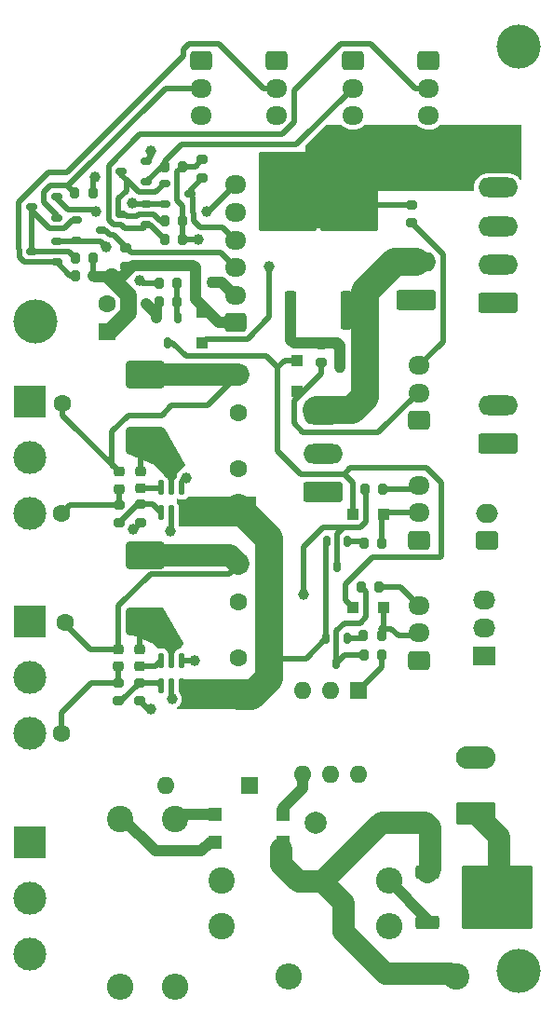
<source format=gbr>
%TF.GenerationSoftware,KiCad,Pcbnew,7.0.11-7.0.11~ubuntu22.04.1*%
%TF.CreationDate,2024-03-11T04:50:29+03:00*%
%TF.ProjectId,MSConn,4d53436f-6e6e-42e6-9b69-6361645f7063,rev?*%
%TF.SameCoordinates,PX5f5e100PY5f5e100*%
%TF.FileFunction,Copper,L1,Top*%
%TF.FilePolarity,Positive*%
%FSLAX46Y46*%
G04 Gerber Fmt 4.6, Leading zero omitted, Abs format (unit mm)*
G04 Created by KiCad (PCBNEW 7.0.11-7.0.11~ubuntu22.04.1) date 2024-03-11 04:50:29*
%MOMM*%
%LPD*%
G01*
G04 APERTURE LIST*
G04 Aperture macros list*
%AMRoundRect*
0 Rectangle with rounded corners*
0 $1 Rounding radius*
0 $2 $3 $4 $5 $6 $7 $8 $9 X,Y pos of 4 corners*
0 Add a 4 corners polygon primitive as box body*
4,1,4,$2,$3,$4,$5,$6,$7,$8,$9,$2,$3,0*
0 Add four circle primitives for the rounded corners*
1,1,$1+$1,$2,$3*
1,1,$1+$1,$4,$5*
1,1,$1+$1,$6,$7*
1,1,$1+$1,$8,$9*
0 Add four rect primitives between the rounded corners*
20,1,$1+$1,$2,$3,$4,$5,0*
20,1,$1+$1,$4,$5,$6,$7,0*
20,1,$1+$1,$6,$7,$8,$9,0*
20,1,$1+$1,$8,$9,$2,$3,0*%
G04 Aperture macros list end*
%TA.AperFunction,SMDPad,CuDef*%
%ADD10RoundRect,0.200000X-0.275000X0.200000X-0.275000X-0.200000X0.275000X-0.200000X0.275000X0.200000X0*%
%TD*%
%TA.AperFunction,SMDPad,CuDef*%
%ADD11RoundRect,0.200000X0.275000X-0.200000X0.275000X0.200000X-0.275000X0.200000X-0.275000X-0.200000X0*%
%TD*%
%TA.AperFunction,ComponentPad*%
%ADD12R,3.000000X3.000000*%
%TD*%
%TA.AperFunction,ComponentPad*%
%ADD13C,3.000000*%
%TD*%
%TA.AperFunction,ComponentPad*%
%ADD14C,4.000000*%
%TD*%
%TA.AperFunction,SMDPad,CuDef*%
%ADD15RoundRect,0.150000X-0.350000X-0.150000X0.350000X-0.150000X0.350000X0.150000X-0.350000X0.150000X0*%
%TD*%
%TA.AperFunction,SMDPad,CuDef*%
%ADD16RoundRect,0.250000X0.250000X0.250000X-0.250000X0.250000X-0.250000X-0.250000X0.250000X-0.250000X0*%
%TD*%
%TA.AperFunction,SMDPad,CuDef*%
%ADD17RoundRect,0.200000X0.200000X0.275000X-0.200000X0.275000X-0.200000X-0.275000X0.200000X-0.275000X0*%
%TD*%
%TA.AperFunction,SMDPad,CuDef*%
%ADD18RoundRect,0.150000X-0.150000X0.350000X-0.150000X-0.350000X0.150000X-0.350000X0.150000X0.350000X0*%
%TD*%
%TA.AperFunction,ComponentPad*%
%ADD19R,1.600000X1.600000*%
%TD*%
%TA.AperFunction,ComponentPad*%
%ADD20C,1.600000*%
%TD*%
%TA.AperFunction,SMDPad,CuDef*%
%ADD21R,1.300000X1.200000*%
%TD*%
%TA.AperFunction,ComponentPad*%
%ADD22C,2.000000*%
%TD*%
%TA.AperFunction,SMDPad,CuDef*%
%ADD23RoundRect,0.250000X0.300000X-0.300000X0.300000X0.300000X-0.300000X0.300000X-0.300000X-0.300000X0*%
%TD*%
%TA.AperFunction,ComponentPad*%
%ADD24RoundRect,0.250000X-0.725000X0.600000X-0.725000X-0.600000X0.725000X-0.600000X0.725000X0.600000X0*%
%TD*%
%TA.AperFunction,ComponentPad*%
%ADD25O,1.950000X1.700000*%
%TD*%
%TA.AperFunction,ComponentPad*%
%ADD26RoundRect,0.249999X1.550001X-0.790001X1.550001X0.790001X-1.550001X0.790001X-1.550001X-0.790001X0*%
%TD*%
%TA.AperFunction,ComponentPad*%
%ADD27O,3.600000X2.080000*%
%TD*%
%TA.AperFunction,SMDPad,CuDef*%
%ADD28RoundRect,0.150000X0.350000X0.150000X-0.350000X0.150000X-0.350000X-0.150000X0.350000X-0.150000X0*%
%TD*%
%TA.AperFunction,SMDPad,CuDef*%
%ADD29RoundRect,0.225000X-0.225000X-0.250000X0.225000X-0.250000X0.225000X0.250000X-0.225000X0.250000X0*%
%TD*%
%TA.AperFunction,SMDPad,CuDef*%
%ADD30RoundRect,0.250000X-0.300000X-0.300000X0.300000X-0.300000X0.300000X0.300000X-0.300000X0.300000X0*%
%TD*%
%TA.AperFunction,SMDPad,CuDef*%
%ADD31RoundRect,0.137500X0.137500X-0.525000X0.137500X0.525000X-0.137500X0.525000X-0.137500X-0.525000X0*%
%TD*%
%TA.AperFunction,ComponentPad*%
%ADD32C,2.400000*%
%TD*%
%TA.AperFunction,ComponentPad*%
%ADD33O,2.400000X2.400000*%
%TD*%
%TA.AperFunction,ComponentPad*%
%ADD34O,1.600000X1.600000*%
%TD*%
%TA.AperFunction,SMDPad,CuDef*%
%ADD35RoundRect,0.225000X-0.250000X0.225000X-0.250000X-0.225000X0.250000X-0.225000X0.250000X0.225000X0*%
%TD*%
%TA.AperFunction,SMDPad,CuDef*%
%ADD36RoundRect,0.250000X1.500000X-1.000000X1.500000X1.000000X-1.500000X1.000000X-1.500000X-1.000000X0*%
%TD*%
%TA.AperFunction,ComponentPad*%
%ADD37RoundRect,0.250000X0.750000X-0.600000X0.750000X0.600000X-0.750000X0.600000X-0.750000X-0.600000X0*%
%TD*%
%TA.AperFunction,ComponentPad*%
%ADD38O,2.000000X1.700000*%
%TD*%
%TA.AperFunction,SMDPad,CuDef*%
%ADD39RoundRect,0.250000X-0.300000X0.300000X-0.300000X-0.300000X0.300000X-0.300000X0.300000X0.300000X0*%
%TD*%
%TA.AperFunction,ComponentPad*%
%ADD40RoundRect,0.250000X1.550000X-0.650000X1.550000X0.650000X-1.550000X0.650000X-1.550000X-0.650000X0*%
%TD*%
%TA.AperFunction,ComponentPad*%
%ADD41O,3.600000X1.800000*%
%TD*%
%TA.AperFunction,ComponentPad*%
%ADD42R,2.030000X1.730000*%
%TD*%
%TA.AperFunction,ComponentPad*%
%ADD43O,2.030000X1.730000*%
%TD*%
%TA.AperFunction,SMDPad,CuDef*%
%ADD44RoundRect,0.250000X0.300000X-1.500000X0.300000X1.500000X-0.300000X1.500000X-0.300000X-1.500000X0*%
%TD*%
%TA.AperFunction,SMDPad,CuDef*%
%ADD45RoundRect,0.109890X2.515110X-0.890110X2.515110X0.890110X-2.515110X0.890110X-2.515110X-0.890110X0*%
%TD*%
%TA.AperFunction,SMDPad,CuDef*%
%ADD46RoundRect,0.186172X5.213828X-3.313828X5.213828X3.313828X-5.213828X3.313828X-5.213828X-3.313828X0*%
%TD*%
%TA.AperFunction,SMDPad,CuDef*%
%ADD47RoundRect,0.250000X2.375000X-2.025000X2.375000X2.025000X-2.375000X2.025000X-2.375000X-2.025000X0*%
%TD*%
%TA.AperFunction,SMDPad,CuDef*%
%ADD48RoundRect,0.250000X-0.850000X-0.350000X0.850000X-0.350000X0.850000X0.350000X-0.850000X0.350000X0*%
%TD*%
%TA.AperFunction,SMDPad,CuDef*%
%ADD49RoundRect,0.250000X-1.275000X-1.125000X1.275000X-1.125000X1.275000X1.125000X-1.275000X1.125000X0*%
%TD*%
%TA.AperFunction,SMDPad,CuDef*%
%ADD50RoundRect,0.249997X-2.950003X-2.650003X2.950003X-2.650003X2.950003X2.650003X-2.950003X2.650003X0*%
%TD*%
%TA.AperFunction,ComponentPad*%
%ADD51RoundRect,0.250000X0.725000X-0.600000X0.725000X0.600000X-0.725000X0.600000X-0.725000X-0.600000X0*%
%TD*%
%TA.AperFunction,ViaPad*%
%ADD52C,1.000000*%
%TD*%
%TA.AperFunction,ViaPad*%
%ADD53C,1.600000*%
%TD*%
%TA.AperFunction,Conductor*%
%ADD54C,0.500000*%
%TD*%
%TA.AperFunction,Conductor*%
%ADD55C,1.000000*%
%TD*%
%TA.AperFunction,Conductor*%
%ADD56C,2.500000*%
%TD*%
%TA.AperFunction,Conductor*%
%ADD57C,0.700000*%
%TD*%
%TA.AperFunction,Conductor*%
%ADD58C,2.000000*%
%TD*%
%TA.AperFunction,Conductor*%
%ADD59C,1.500000*%
%TD*%
G04 APERTURE END LIST*
D10*
%TO.P,R2,1*%
%TO.N,+5V*%
X18200000Y76725000D03*
%TO.P,R2,2*%
%TO.N,/Y_DIAG*%
X18200000Y75075000D03*
%TD*%
D11*
%TO.P,R7,1*%
%TO.N,+5V*%
X11200000Y67050000D03*
%TO.P,R7,2*%
%TO.N,/X_DIAG*%
X11200000Y68700000D03*
%TD*%
D12*
%TO.P,RV1,1,1*%
%TO.N,/Led_Drv*%
X2500000Y54731350D03*
D13*
%TO.P,RV1,2,2*%
%TO.N,Net-(C5-Pad2)*%
X2500000Y49651350D03*
%TO.P,RV1,3,3*%
X2500000Y44571350D03*
%TD*%
D14*
%TO.P,H1,1,1*%
%TO.N,unconnected-(H1-Pad1)*%
X47000000Y87000000D03*
%TD*%
D15*
%TO.P,Q2,1,G*%
%TO.N,Net-(Q1-D)*%
X14762500Y74550000D03*
%TO.P,Q2,2,S*%
%TO.N,GND*%
X14762500Y72650000D03*
%TO.P,Q2,3,D*%
%TO.N,/Y_DIAG*%
X17037500Y73600000D03*
%TD*%
D16*
%TO.P,D2,1,K*%
%TO.N,VDC*%
X33150000Y59831350D03*
%TO.P,D2,2,A*%
%TO.N,Net-(D2-A)*%
X30650000Y59831350D03*
%TD*%
D17*
%TO.P,R8,1*%
%TO.N,+5V*%
X8300000Y67800000D03*
%TO.P,R8,2*%
%TO.N,Net-(Q3-D)*%
X6650000Y67800000D03*
%TD*%
%TO.P,R19,1*%
%TO.N,/Pump_Btn*%
X34500000Y33500000D03*
%TO.P,R19,2*%
%TO.N,Net-(Q10-B)*%
X32850000Y33500000D03*
%TD*%
D18*
%TO.P,Q8,1,G*%
%TO.N,Net-(Q8-G)*%
X15950000Y62375000D03*
%TO.P,Q8,2,S*%
%TO.N,GND*%
X14050000Y62375000D03*
%TO.P,Q8,3,D*%
%TO.N,/~{Air}*%
X15000000Y60100000D03*
%TD*%
D19*
%TO.P,C10,1*%
%TO.N,+24V*%
X21500000Y27947349D03*
D20*
%TO.P,C10,2*%
%TO.N,GND*%
X21500000Y31447349D03*
%TD*%
D18*
%TO.P,Q10,1,B*%
%TO.N,Net-(Q10-B)*%
X31350000Y33237500D03*
%TO.P,Q10,2,E*%
%TO.N,+24V*%
X29450000Y33237500D03*
%TO.P,Q10,3,C*%
%TO.N,/Pump_En*%
X30400000Y30962500D03*
%TD*%
D17*
%TO.P,R14,1*%
%TO.N,Net-(J14-Pin_3)*%
X34600000Y46800000D03*
%TO.P,R14,2*%
%TO.N,/Fan_Led_En*%
X32950000Y46800000D03*
%TD*%
D21*
%TO.P,D7,1*%
%TO.N,/~{AC1}*%
X25500000Y14700000D03*
%TO.P,D7,2*%
%TO.N,Net-(D6-K)*%
X25500000Y17240000D03*
%TO.P,D7,3,+*%
%TO.N,Net-(D7-+)*%
X19350000Y17240000D03*
%TO.P,D7,4,-*%
%TO.N,Net-(D7--)*%
X19350000Y14700000D03*
%TD*%
D22*
%TO.P,C11,1*%
%TO.N,Net-(D6-K)*%
X28500000Y16500000D03*
%TO.P,C11,2*%
%TO.N,/~{AC1}*%
X38500000Y16500000D03*
%TD*%
D17*
%TO.P,R18,1*%
%TO.N,Net-(J15-Pin_3)*%
X34287500Y37900000D03*
%TO.P,R18,2*%
%TO.N,/Pump_En*%
X32637500Y37900000D03*
%TD*%
D23*
%TO.P,D1,1,K*%
%TO.N,Net-(D1-K)*%
X18200000Y60100000D03*
%TO.P,D1,2,A*%
%TO.N,+5V*%
X18200000Y62900000D03*
%TD*%
D24*
%TO.P,J4,1,Pin_1*%
%TO.N,+5V*%
X38763153Y85731350D03*
D25*
%TO.P,J4,2,Pin_2*%
%TO.N,/y_in2*%
X38763153Y83231350D03*
%TO.P,J4,3,Pin_3*%
%TO.N,GND*%
X38763153Y80731350D03*
%TD*%
D15*
%TO.P,Q6,1,G*%
%TO.N,Net-(Q3-D)*%
X6725000Y71250000D03*
%TO.P,Q6,2,S*%
%TO.N,GND*%
X6725000Y69350000D03*
%TO.P,Q6,3,D*%
%TO.N,/X_DIAG*%
X9000000Y70300000D03*
%TD*%
D17*
%TO.P,R20,1*%
%TO.N,Net-(R20-Pad1)*%
X34525000Y31700000D03*
%TO.P,R20,2*%
%TO.N,/Pump_En*%
X32875000Y31700000D03*
%TD*%
D26*
%TO.P,J9,1,Pin_1*%
%TO.N,/AC1*%
X43100000Y17320000D03*
D27*
%TO.P,J9,2,Pin_2*%
%TO.N,/~{AC1}*%
X43100000Y22400000D03*
%TD*%
D28*
%TO.P,Q1,1,G*%
%TO.N,/y_in1*%
X13100000Y74700000D03*
%TO.P,Q1,2,S*%
%TO.N,GND*%
X13100000Y76600000D03*
%TO.P,Q1,3,D*%
%TO.N,Net-(Q1-D)*%
X10825000Y75650000D03*
%TD*%
D11*
%TO.P,R22,1*%
%TO.N,GND*%
X12500000Y27550000D03*
%TO.P,R22,2*%
%TO.N,/FB*%
X12500000Y29200000D03*
%TD*%
D17*
%TO.P,R11,1*%
%TO.N,Net-(Q8-G)*%
X15900000Y63837500D03*
%TO.P,R11,2*%
%TO.N,GND*%
X14250000Y63837500D03*
%TD*%
D11*
%TO.P,R4,1*%
%TO.N,Net-(J12-Pin_3)*%
X37200000Y70975000D03*
%TO.P,R4,2*%
%TO.N,/Laser_Power*%
X37200000Y72625000D03*
%TD*%
D17*
%TO.P,R5,1*%
%TO.N,+5V*%
X16400000Y71200000D03*
%TO.P,R5,2*%
%TO.N,Net-(Q1-D)*%
X14750000Y71200000D03*
%TD*%
D10*
%TO.P,R16,1*%
%TO.N,Net-(C5-Pad2)*%
X10600000Y45350000D03*
%TO.P,R16,2*%
%TO.N,/FB1*%
X10600000Y43700000D03*
%TD*%
D28*
%TO.P,Q4,1,G*%
%TO.N,/y_in2*%
X13100000Y70800000D03*
%TO.P,Q4,2,S*%
%TO.N,GND*%
X13100000Y72700000D03*
%TO.P,Q4,3,D*%
%TO.N,Net-(Q1-D)*%
X10825000Y71750000D03*
%TD*%
D17*
%TO.P,R3,1*%
%TO.N,+5V*%
X8225000Y73700000D03*
%TO.P,R3,2*%
%TO.N,/x_in1*%
X6575000Y73700000D03*
%TD*%
%TO.P,R13,1*%
%TO.N,VDC*%
X32325000Y57900000D03*
%TO.P,R13,2*%
%TO.N,Net-(D2-A)*%
X30675000Y57900000D03*
%TD*%
D29*
%TO.P,C1,1*%
%TO.N,+5V*%
X17550000Y65600000D03*
%TO.P,C1,2*%
%TO.N,GND*%
X19100000Y65600000D03*
%TD*%
D30*
%TO.P,D5,1,K*%
%TO.N,/~{Air}*%
X31900000Y36000000D03*
%TO.P,D5,2,A*%
%TO.N,/Pump_Btn*%
X34700000Y36000000D03*
%TD*%
D24*
%TO.P,J2,1,Pin_1*%
%TO.N,+5V*%
X24963153Y85731350D03*
D25*
%TO.P,J2,2,Pin_2*%
%TO.N,/x_in2*%
X24963153Y83231350D03*
%TO.P,J2,3,Pin_3*%
%TO.N,GND*%
X24963153Y80731350D03*
%TD*%
D30*
%TO.P,D4,1,K*%
%TO.N,/~{Air}*%
X31900000Y44500000D03*
%TO.P,D4,2,A*%
%TO.N,/Fan_Led_Btn*%
X34700000Y44500000D03*
%TD*%
D14*
%TO.P,H3,1,1*%
%TO.N,unconnected-(H3-Pad1)*%
X47000000Y3000000D03*
%TD*%
D31*
%TO.P,U1,1,FB*%
%TO.N,/FB1*%
X14450000Y44643850D03*
%TO.P,U1,2,EN*%
%TO.N,/Fan_Led_En*%
X15400000Y44643850D03*
%TO.P,U1,3,IN*%
%TO.N,+24V*%
X16350000Y44643850D03*
%TO.P,U1,4,GND*%
%TO.N,GND*%
X16350000Y46918850D03*
%TO.P,U1,5,SW*%
%TO.N,Net-(U1-SW)*%
X15400000Y46918850D03*
%TO.P,U1,6,BST*%
%TO.N,Net-(U1-BST)*%
X14450000Y46918850D03*
%TD*%
D24*
%TO.P,J3,1,Pin_1*%
%TO.N,+5V*%
X31863153Y85731350D03*
D25*
%TO.P,J3,2,Pin_2*%
%TO.N,/y_in1*%
X31863153Y83231350D03*
%TO.P,J3,3,Pin_3*%
%TO.N,GND*%
X31863153Y80731350D03*
%TD*%
D32*
%TO.P,R27,1*%
%TO.N,/~{AC1}*%
X41300000Y2500000D03*
D33*
%TO.P,R27,2*%
%TO.N,/AC1*%
X26060000Y2500000D03*
%TD*%
D19*
%TO.P,U3,1*%
%TO.N,Net-(R20-Pad1)*%
X32400000Y28520000D03*
D34*
%TO.P,U3,2*%
%TO.N,GND*%
X29860000Y28520000D03*
%TO.P,U3,3,NC*%
%TO.N,unconnected-(U3-NC-Pad3)*%
X27320000Y28520000D03*
%TO.P,U3,4*%
%TO.N,Net-(D6-K)*%
X27320000Y20900000D03*
%TO.P,U3,5,NC*%
%TO.N,unconnected-(U3-NC-Pad5)*%
X29860000Y20900000D03*
%TO.P,U3,6*%
%TO.N,Net-(R26-Pad2)*%
X32400000Y20900000D03*
%TD*%
D35*
%TO.P,C4,1*%
%TO.N,Net-(U1-SW)*%
X12613153Y48431350D03*
%TO.P,C4,2*%
%TO.N,Net-(U1-BST)*%
X12613153Y46881350D03*
%TD*%
D19*
%TO.P,C7,1*%
%TO.N,/Fan_Drv*%
X21500000Y40000000D03*
D20*
%TO.P,C7,2*%
%TO.N,GND*%
X21500000Y36500000D03*
%TD*%
D12*
%TO.P,RV2,1,1*%
%TO.N,/Fan_Drv*%
X2500000Y34731350D03*
D13*
%TO.P,RV2,2,2*%
%TO.N,Net-(C8-Pad2)*%
X2500000Y29651350D03*
%TO.P,RV2,3,3*%
X2500000Y24571350D03*
%TD*%
D35*
%TO.P,C8,1*%
%TO.N,/Fan_Drv*%
X10586847Y32250000D03*
%TO.P,C8,2*%
%TO.N,Net-(C8-Pad2)*%
X10586847Y30700000D03*
%TD*%
D36*
%TO.P,L1,1*%
%TO.N,Net-(U1-SW)*%
X13000000Y51200000D03*
%TO.P,L1,2*%
%TO.N,/Led_Drv*%
X13000000Y57200000D03*
%TD*%
D19*
%TO.P,C3,1*%
%TO.N,/Led_Drv*%
X21500000Y57184001D03*
D20*
%TO.P,C3,2*%
%TO.N,GND*%
X21500000Y53684001D03*
%TD*%
D37*
%TO.P,J7,1,Pin_1*%
%TO.N,GND*%
X44100000Y42100000D03*
D38*
%TO.P,J7,2,Pin_2*%
%TO.N,/Led_Drv*%
X44100000Y44600000D03*
%TD*%
D39*
%TO.P,D3,1,K*%
%TO.N,/~{Air}*%
X26800000Y58500000D03*
%TO.P,D3,2,A*%
%TO.N,/Laser_Btn*%
X26800000Y55700000D03*
%TD*%
D36*
%TO.P,L2,1*%
%TO.N,Net-(U2-SW)*%
X12986847Y34800000D03*
%TO.P,L2,2*%
%TO.N,/Fan_Drv*%
X12986847Y40800000D03*
%TD*%
D17*
%TO.P,R9,1*%
%TO.N,+5V*%
X8300000Y66200000D03*
%TO.P,R9,2*%
%TO.N,/x_in2*%
X6650000Y66200000D03*
%TD*%
%TO.P,R17,1*%
%TO.N,/Fan_Led_Btn*%
X34525000Y41900000D03*
%TO.P,R17,2*%
%TO.N,Net-(Q9-B)*%
X32875000Y41900000D03*
%TD*%
D40*
%TO.P,J6,1,Pin_1*%
%TO.N,GND*%
X45100000Y50900000D03*
D41*
%TO.P,J6,2,Pin_2*%
%TO.N,+24V*%
X45100000Y54400000D03*
%TD*%
D40*
%TO.P,J5,1,Pin_1*%
%TO.N,unconnected-(J5-Pin_1-Pad1)*%
X45100000Y63700000D03*
D41*
%TO.P,J5,2,Pin_2*%
%TO.N,Net-(D1-K)*%
X45100000Y67200000D03*
%TO.P,J5,3,Pin_3*%
%TO.N,/SGN_PWM*%
X45100000Y70700000D03*
%TO.P,J5,4,Pin_4*%
%TO.N,GND*%
X45100000Y74200000D03*
%TO.P,J5,5,Pin_5*%
%TO.N,/Laser_Power*%
X45100000Y77700000D03*
%TD*%
D42*
%TO.P,J8,1,Pin_1*%
%TO.N,GND*%
X43800000Y31600000D03*
D43*
%TO.P,J8,2,Pin_2*%
%TO.N,/Fan_Drv*%
X43800000Y34140000D03*
%TO.P,J8,3,Pin_3*%
%TO.N,unconnected-(J8-Pin_3-Pad3)*%
X43800000Y36680000D03*
%TD*%
D44*
%TO.P,Q5,1,G*%
%TO.N,Net-(D2-A)*%
X26220000Y63050000D03*
D45*
%TO.P,Q5,2,S*%
%TO.N,/Laser_Power*%
X25985000Y71250000D03*
X31535000Y71250000D03*
D46*
X28760000Y73950000D03*
D47*
X25985000Y75175000D03*
X31535000Y75175000D03*
D44*
%TO.P,Q5,3,D*%
%TO.N,VDC*%
X31300000Y63050000D03*
%TD*%
D24*
%TO.P,J1,1,Pin_1*%
%TO.N,+5V*%
X18063153Y85731350D03*
D25*
%TO.P,J1,2,Pin_2*%
%TO.N,/x_in1*%
X18063153Y83231350D03*
%TO.P,J1,3,Pin_3*%
%TO.N,GND*%
X18063153Y80731350D03*
%TD*%
D12*
%TO.P,RV3,1,1*%
%TO.N,Net-(R26-Pad1)*%
X2500000Y14731350D03*
D13*
%TO.P,RV3,2,2*%
X2500000Y9651350D03*
%TO.P,RV3,3,3*%
%TO.N,/AC1*%
X2500000Y4571350D03*
%TD*%
D14*
%TO.P,H2,1,1*%
%TO.N,unconnected-(H2-Pad1)*%
X3000000Y62000000D03*
%TD*%
D35*
%TO.P,C9,1*%
%TO.N,Net-(U2-SW)*%
X12500000Y32250000D03*
%TO.P,C9,2*%
%TO.N,Net-(U2-BST)*%
X12500000Y30700000D03*
%TD*%
D32*
%TO.P,R25,1*%
%TO.N,Net-(D6-A)*%
X19960000Y11200000D03*
D33*
%TO.P,R25,2*%
%TO.N,Net-(Q11-G)*%
X35200000Y11200000D03*
%TD*%
D32*
%TO.P,R26,1*%
%TO.N,Net-(R26-Pad1)*%
X19960000Y7100000D03*
D33*
%TO.P,R26,2*%
%TO.N,Net-(R26-Pad2)*%
X35200000Y7100000D03*
%TD*%
D35*
%TO.P,C5,1*%
%TO.N,/Led_Drv*%
X10600000Y48375000D03*
%TO.P,C5,2*%
%TO.N,Net-(C5-Pad2)*%
X10600000Y46825000D03*
%TD*%
D17*
%TO.P,R6,1*%
%TO.N,+5V*%
X16400000Y69500000D03*
%TO.P,R6,2*%
%TO.N,/y_in2*%
X14750000Y69500000D03*
%TD*%
%TO.P,R10,1*%
%TO.N,Net-(Q8-G)*%
X15886847Y65506150D03*
%TO.P,R10,2*%
%TO.N,/SGN_AIR*%
X14236847Y65506150D03*
%TD*%
D19*
%TO.P,C6,1*%
%TO.N,+24V*%
X21500000Y45131350D03*
D20*
%TO.P,C6,2*%
%TO.N,GND*%
X21500000Y48631350D03*
%TD*%
D19*
%TO.P,C2,1*%
%TO.N,+5V*%
X9500000Y61117620D03*
D20*
%TO.P,C2,2*%
%TO.N,GND*%
X9500000Y63617620D03*
%TD*%
D19*
%TO.P,D6,1,K*%
%TO.N,Net-(D6-K)*%
X22500000Y19900000D03*
D34*
%TO.P,D6,2,A*%
%TO.N,Net-(D6-A)*%
X14880000Y19900000D03*
%TD*%
D28*
%TO.P,Q7,1,G*%
%TO.N,/x_in2*%
X4962500Y67400000D03*
%TO.P,Q7,2,S*%
%TO.N,GND*%
X4962500Y69300000D03*
%TO.P,Q7,3,D*%
%TO.N,Net-(Q3-D)*%
X2687500Y68350000D03*
%TD*%
D32*
%TO.P,R23,1*%
%TO.N,Net-(D7--)*%
X10700000Y16840000D03*
D33*
%TO.P,R23,2*%
%TO.N,/AC1*%
X10700000Y1600000D03*
%TD*%
D10*
%TO.P,R21,1*%
%TO.N,Net-(C8-Pad2)*%
X10586847Y29200000D03*
%TO.P,R21,2*%
%TO.N,/FB*%
X10586847Y27550000D03*
%TD*%
D28*
%TO.P,Q3,1,G*%
%TO.N,/x_in1*%
X4962500Y71450000D03*
%TO.P,Q3,2,S*%
%TO.N,GND*%
X4962500Y73350000D03*
%TO.P,Q3,3,D*%
%TO.N,Net-(Q3-D)*%
X2687500Y72400000D03*
%TD*%
D11*
%TO.P,R12,1*%
%TO.N,/Laser_Btn*%
X29000000Y58275000D03*
%TO.P,R12,2*%
%TO.N,Net-(D2-A)*%
X29000000Y59925000D03*
%TD*%
D18*
%TO.P,Q9,1,B*%
%TO.N,Net-(Q9-B)*%
X31400000Y42000000D03*
%TO.P,Q9,2,E*%
%TO.N,+24V*%
X29500000Y42000000D03*
%TO.P,Q9,3,C*%
%TO.N,/Fan_Led_En*%
X30450000Y39725000D03*
%TD*%
D48*
%TO.P,Q11,1,A1*%
%TO.N,/~{AC1}*%
X38700000Y12000000D03*
D49*
%TO.P,Q11,2,A2*%
%TO.N,/AC1*%
X43325000Y11245000D03*
X43325000Y8195000D03*
D50*
X45000000Y9720000D03*
D49*
X46675000Y11245000D03*
X46675000Y8195000D03*
D48*
%TO.P,Q11,3,G*%
%TO.N,Net-(Q11-G)*%
X38700000Y7440000D03*
%TD*%
D32*
%TO.P,R24,1*%
%TO.N,Net-(D7-+)*%
X15700000Y16840000D03*
D33*
%TO.P,R24,2*%
%TO.N,/AC1*%
X15700000Y1600000D03*
%TD*%
D31*
%TO.P,U2,1,FB*%
%TO.N,/FB*%
X14436847Y28937500D03*
%TO.P,U2,2,EN*%
%TO.N,/Fan_Led_En*%
X15386847Y28937500D03*
%TO.P,U2,3,IN*%
%TO.N,+24V*%
X16336847Y28937500D03*
%TO.P,U2,4,GND*%
%TO.N,GND*%
X16336847Y31212500D03*
%TO.P,U2,5,SW*%
%TO.N,Net-(U2-SW)*%
X15386847Y31212500D03*
%TO.P,U2,6,BST*%
%TO.N,Net-(U2-BST)*%
X14436847Y31212500D03*
%TD*%
D11*
%TO.P,R15,1*%
%TO.N,GND*%
X12613153Y43756350D03*
%TO.P,R15,2*%
%TO.N,/FB1*%
X12613153Y45406350D03*
%TD*%
D17*
%TO.P,R1,1*%
%TO.N,+5V*%
X16400000Y76100000D03*
%TO.P,R1,2*%
%TO.N,/y_in1*%
X14750000Y76100000D03*
%TD*%
D40*
%TO.P,J13,1,Pin_1*%
%TO.N,GND*%
X29157500Y46517500D03*
D41*
%TO.P,J13,2,Pin_2*%
%TO.N,+24V*%
X29157500Y50017500D03*
%TO.P,J13,3,Pin_3*%
%TO.N,VDC*%
X29157500Y53517500D03*
%TD*%
D40*
%TO.P,J10,1,Pin_1*%
%TO.N,+24V*%
X37613153Y63931350D03*
D41*
%TO.P,J10,2,Pin_2*%
%TO.N,VDC*%
X37613153Y67431350D03*
%TD*%
D51*
%TO.P,J15,1,Pin_1*%
%TO.N,GND*%
X37900000Y31231350D03*
D25*
%TO.P,J15,2,Pin_2*%
%TO.N,/Pump_Btn*%
X37900000Y33731350D03*
%TO.P,J15,3,Pin_3*%
%TO.N,Net-(J15-Pin_3)*%
X37900000Y36231350D03*
%TD*%
D51*
%TO.P,J12,1,Pin_1*%
%TO.N,GND*%
X37900000Y53031350D03*
D25*
%TO.P,J12,2,Pin_2*%
%TO.N,/Laser_Btn*%
X37900000Y55531350D03*
%TO.P,J12,3,Pin_3*%
%TO.N,Net-(J12-Pin_3)*%
X37900000Y58031350D03*
%TD*%
D51*
%TO.P,J14,1,Pin_1*%
%TO.N,GND*%
X37875000Y42131350D03*
D25*
%TO.P,J14,2,Pin_2*%
%TO.N,/Fan_Led_Btn*%
X37875000Y44631350D03*
%TO.P,J14,3,Pin_3*%
%TO.N,Net-(J14-Pin_3)*%
X37875000Y47131350D03*
%TD*%
D51*
%TO.P,J11,1,Pin_1*%
%TO.N,+5V*%
X21213153Y61931350D03*
D25*
%TO.P,J11,2,Pin_2*%
%TO.N,GND*%
X21213153Y64431350D03*
%TO.P,J11,3,Pin_3*%
%TO.N,/X_DIAG*%
X21213153Y66931350D03*
%TO.P,J11,4,Pin_4*%
%TO.N,/Y_DIAG*%
X21213153Y69431350D03*
%TO.P,J11,5,Pin_5*%
%TO.N,/SGN_PWM*%
X21213153Y71931350D03*
%TO.P,J11,6,Pin_6*%
%TO.N,/SGN_AIR*%
X21213153Y74431350D03*
%TD*%
D52*
%TO.N,GND*%
X13500000Y77500000D03*
X17486847Y31212500D03*
X8525000Y72043198D03*
X16750000Y47834425D03*
X11782376Y72756030D03*
X13100000Y63617621D03*
X13500000Y26799986D03*
X9470351Y68788834D03*
X11906872Y43108036D03*
D53*
%TO.N,/Fan_Drv*%
X5751350Y34648650D03*
%TO.N,/Led_Drv*%
X5500000Y54600000D03*
D52*
%TO.N,/Laser_Power*%
X31300000Y76900000D03*
X29300000Y76900000D03*
X42200000Y77900000D03*
X30300000Y76900000D03*
X42200000Y78900000D03*
X42200000Y76900000D03*
%TO.N,/Fan_Led_En*%
X15432812Y27709568D03*
X27400000Y37200000D03*
X15300000Y42999996D03*
%TO.N,+5V*%
X17600000Y66900000D03*
X17800000Y69438634D03*
X8413159Y75186813D03*
%TO.N,/SGN_AIR*%
X12540689Y65738634D03*
X18584225Y72022466D03*
%TO.N,Net-(D1-K)*%
X24300000Y67000000D03*
D53*
%TO.N,Net-(C5-Pad2)*%
X5400000Y44599992D03*
%TO.N,Net-(C8-Pad2)*%
X5400000Y24600000D03*
%TD*%
D54*
%TO.N,/Y_DIAG*%
X17037500Y73600000D02*
X17037500Y73912500D01*
X17037500Y73912500D02*
X18200000Y75075000D01*
%TO.N,+5V*%
X16400000Y76100000D02*
X17575000Y76100000D01*
X17575000Y76100000D02*
X18200000Y76725000D01*
D55*
X9950000Y66100000D02*
X10893169Y66100000D01*
X17361366Y67138634D02*
X17600000Y66900000D01*
D54*
%TO.N,/SGN_AIR*%
X14236847Y65506150D02*
X12773173Y65506150D01*
D55*
%TO.N,+5V*%
X10893169Y66100000D02*
X11931803Y67138634D01*
D54*
%TO.N,/SGN_AIR*%
X12773173Y65506150D02*
X12540689Y65738634D01*
D55*
%TO.N,+5V*%
X11931803Y67138634D02*
X17361366Y67138634D01*
D54*
%TO.N,/y_in1*%
X14750000Y76100000D02*
X14750000Y76575000D01*
X26731803Y78100000D02*
X31863153Y83231350D01*
X14750000Y76575000D02*
X16275000Y78100000D01*
X16275000Y78100000D02*
X26731803Y78100000D01*
%TO.N,GND*%
X14712500Y72700000D02*
X14762500Y72650000D01*
X4962500Y73350000D02*
X4962500Y73237500D01*
X4962500Y69300000D02*
X8959185Y69300000D01*
X14300000Y63937500D02*
X14300000Y62581803D01*
X16350000Y47434425D02*
X16350000Y46918850D01*
D55*
X19944629Y65600000D02*
X19100000Y65600000D01*
D54*
X21251998Y31212500D02*
X21486847Y31447349D01*
X11906872Y43108036D02*
X11964839Y43108036D01*
X13100000Y72700000D02*
X11838406Y72700000D01*
X16750000Y47834425D02*
X16350000Y47434425D01*
X13250014Y26799986D02*
X13500000Y26799986D01*
X4962500Y73237500D02*
X6000000Y72200000D01*
X11964839Y43108036D02*
X12613153Y43756350D01*
D55*
X21213153Y64431350D02*
X21113279Y64431350D01*
D54*
X8368198Y72200000D02*
X8525000Y72043198D01*
D55*
X14050000Y62667621D02*
X14050000Y62375000D01*
D54*
X16336847Y31212500D02*
X17486847Y31212500D01*
X13500000Y77500000D02*
X13500000Y77000000D01*
X13100000Y72700000D02*
X14712500Y72700000D01*
X11838406Y72700000D02*
X11782376Y72756030D01*
X13500000Y77000000D02*
X13100000Y76600000D01*
D55*
X13100000Y63617621D02*
X14050000Y62667621D01*
D54*
X6000000Y72200000D02*
X8368198Y72200000D01*
X8959185Y69300000D02*
X9470351Y68788834D01*
X30200000Y28720000D02*
X30400000Y28520000D01*
D55*
X21113279Y64431350D02*
X19944629Y65600000D01*
D54*
X12500000Y27550000D02*
X13250014Y26799986D01*
D56*
%TO.N,VDC*%
X33000000Y55200000D02*
X31800000Y54000000D01*
X35735284Y67431350D02*
X33000000Y64696066D01*
X33000000Y64696066D02*
X33000000Y55200000D01*
X37613153Y67431350D02*
X35735284Y67431350D01*
X31800000Y54000000D02*
X28600000Y54000000D01*
D57*
%TO.N,Net-(U2-SW)*%
X15386847Y32200000D02*
X15386847Y32400000D01*
D54*
X12500000Y34313153D02*
X12986847Y34800000D01*
X12500000Y32250000D02*
X12500000Y34313153D01*
X15386847Y31212500D02*
X15386847Y32200000D01*
D57*
X15386847Y32400000D02*
X12986847Y34800000D01*
D54*
%TO.N,Net-(U2-BST)*%
X13924347Y30700000D02*
X14436847Y31212500D01*
X12500000Y30700000D02*
X13924347Y30700000D01*
%TO.N,Net-(U1-SW)*%
X12613153Y48431350D02*
X12613153Y50713153D01*
X15400000Y46918850D02*
X15400000Y48700000D01*
X12613153Y50713153D02*
X13000000Y51100000D01*
D57*
X15400000Y48700000D02*
X13000000Y51100000D01*
D54*
%TO.N,Net-(U1-BST)*%
X14412500Y46881350D02*
X14450000Y46918850D01*
X12613153Y46881350D02*
X14412500Y46881350D01*
%TO.N,/Fan_Drv*%
X13507127Y39100000D02*
X20600002Y39100000D01*
X20600002Y39100000D02*
X21500002Y40000000D01*
X10586847Y32250000D02*
X8050000Y32250000D01*
X10586847Y32250000D02*
X10586847Y36179720D01*
X8050000Y32250000D02*
X5751350Y34548650D01*
X5751350Y34548650D02*
X5751350Y34648650D01*
D58*
X20700002Y40800000D02*
X21500002Y40000000D01*
X12986847Y40800000D02*
X20700002Y40800000D01*
D54*
X10586847Y36179720D02*
X13507127Y39100000D01*
%TO.N,/FB*%
X10817376Y27550000D02*
X12467376Y29200000D01*
X10586847Y27550000D02*
X10817376Y27550000D01*
X12467376Y29200000D02*
X12500000Y29200000D01*
X14174347Y29200000D02*
X14436847Y28937500D01*
X12500000Y29200000D02*
X14174347Y29200000D01*
%TO.N,/Led_Drv*%
X10600000Y48375000D02*
X10000000Y48975000D01*
X10000000Y48975000D02*
X10000000Y52000000D01*
X14500000Y53500000D02*
X15400000Y54400000D01*
X5500000Y54600000D02*
X5500000Y53475000D01*
D58*
X13000000Y57200000D02*
X21484001Y57200000D01*
D54*
X5500000Y53475000D02*
X10600000Y48375000D01*
X11500000Y53500000D02*
X14500000Y53500000D01*
X15400000Y54400000D02*
X18715999Y54400000D01*
X10000000Y52000000D02*
X11500000Y53500000D01*
X18715999Y54400000D02*
X21500000Y57184001D01*
D58*
X21484001Y57200000D02*
X21500000Y57184001D01*
D54*
%TO.N,/~{Air}*%
X25052102Y57847898D02*
X25052102Y50281350D01*
X31900000Y44500000D02*
X31900000Y47400000D01*
X26800000Y58500000D02*
X25704204Y58500000D01*
X27165952Y48167500D02*
X31132500Y48167500D01*
X16700000Y58900000D02*
X24000000Y58900000D01*
X31200000Y36700000D02*
X31200000Y38145124D01*
X33654876Y40600000D02*
X39800000Y40600000D01*
X31900000Y36000000D02*
X31200000Y36700000D01*
X25704204Y58500000D02*
X25052102Y57847898D01*
X39900000Y40700000D02*
X39900000Y47352670D01*
X31665000Y48700000D02*
X31132500Y48167500D01*
X31900000Y47400000D02*
X31132500Y48167500D01*
X39900000Y47352670D02*
X38552670Y48700000D01*
X39800000Y40600000D02*
X39900000Y40700000D01*
X25052102Y50281350D02*
X27165952Y48167500D01*
X31200000Y38145124D02*
X33654876Y40600000D01*
X38552670Y48700000D02*
X31665000Y48700000D01*
X15000000Y60100000D02*
X15500000Y60100000D01*
X15500000Y60100000D02*
X16700000Y58900000D01*
X24000000Y58900000D02*
X25052102Y57847898D01*
%TO.N,/Fan_Led_Btn*%
X34700000Y44500000D02*
X34831350Y44631350D01*
X34831350Y44631350D02*
X37875000Y44631350D01*
X34525000Y41900000D02*
X34525000Y44325000D01*
X37675000Y44831350D02*
X37875000Y44631350D01*
X34525000Y44325000D02*
X34700000Y44500000D01*
%TO.N,/Pump_Btn*%
X34400000Y34100000D02*
X35400000Y34100000D01*
X35400000Y34100000D02*
X36018650Y33481350D01*
X34700000Y36000000D02*
X34700000Y34400000D01*
X34700000Y34400000D02*
X34400000Y34100000D01*
X37650000Y33481350D02*
X37900000Y33731350D01*
X36018650Y33481350D02*
X37650000Y33481350D01*
D56*
%TO.N,+24V*%
X24300000Y29600000D02*
X22647349Y27947349D01*
D54*
X29450000Y33237500D02*
X27612500Y31400000D01*
D56*
X22647349Y27947349D02*
X21500000Y27947349D01*
X24300000Y42331350D02*
X24300000Y29600000D01*
D54*
X29450000Y41950000D02*
X29450000Y33237500D01*
X29500000Y42000000D02*
X29450000Y41950000D01*
X27612500Y31400000D02*
X23300000Y31400000D01*
D56*
X21500000Y45131350D02*
X24300000Y42331350D01*
D55*
%TO.N,Net-(D2-A)*%
X26220000Y60349503D02*
X26220000Y63600000D01*
X26513153Y60056350D02*
X26220000Y60349503D01*
X30425000Y60056350D02*
X30675000Y59806350D01*
X26513153Y60056350D02*
X30425000Y60056350D01*
X30675000Y59806350D02*
X30675000Y57900000D01*
D58*
%TO.N,/~{AC1}*%
X25400000Y12700000D02*
X27000000Y11100000D01*
X34500000Y16500000D02*
X29100000Y11100000D01*
X31000000Y9200000D02*
X31000000Y6600000D01*
X38913153Y16086847D02*
X38500000Y16500000D01*
X31000000Y6600000D02*
X34868650Y2731350D01*
X27000000Y11100000D02*
X29100000Y11100000D01*
X29100000Y11100000D02*
X31000000Y9200000D01*
X25400000Y14100000D02*
X25400000Y12700000D01*
X38500000Y16500000D02*
X34500000Y16500000D01*
X34868650Y2731350D02*
X40800000Y2731350D01*
X38700000Y12000000D02*
X38913153Y12213153D01*
X38913153Y12213153D02*
X38913153Y16086847D01*
D55*
%TO.N,Net-(D6-K)*%
X27320000Y19620000D02*
X27320000Y20900000D01*
X25500000Y17240000D02*
X25500000Y17800000D01*
X25500000Y17800000D02*
X27320000Y19620000D01*
%TO.N,Net-(D7-+)*%
X16100000Y17240000D02*
X19350000Y17240000D01*
X15700000Y16840000D02*
X16100000Y17240000D01*
%TO.N,Net-(D7--)*%
X18900000Y14700000D02*
X18100000Y13900000D01*
X13900000Y13900000D02*
X10960000Y16840000D01*
X18100000Y13900000D02*
X13900000Y13900000D01*
X10960000Y16840000D02*
X10700000Y16840000D01*
X19350000Y14700000D02*
X18900000Y14700000D01*
D54*
%TO.N,/Laser_Btn*%
X26513153Y54813153D02*
X29000000Y57300000D01*
X26513153Y52786847D02*
X26513153Y54813153D01*
X37900000Y55531350D02*
X37775000Y55531350D01*
X37775000Y55531350D02*
X34211150Y51967500D01*
X29000000Y57300000D02*
X29000000Y58275000D01*
X34211150Y51967500D02*
X27332500Y51967500D01*
X37531350Y55900000D02*
X37900000Y55531350D01*
X27332500Y51967500D02*
X26513153Y52786847D01*
%TO.N,/Laser_Power*%
X28885000Y72625000D02*
X28760000Y72750000D01*
X37200000Y72625000D02*
X28885000Y72625000D01*
D58*
%TO.N,/AC1*%
X45213153Y9251350D02*
X45213153Y15206845D01*
X45213153Y15206845D02*
X43099998Y17320000D01*
D55*
X44324503Y17320000D02*
X43099998Y17320000D01*
D54*
%TO.N,Net-(Q9-B)*%
X31400000Y42000000D02*
X32775000Y42000000D01*
X32775000Y42000000D02*
X32875000Y41900000D01*
X32750000Y41775000D02*
X32875000Y41900000D01*
%TO.N,/Fan_Led_En*%
X29164472Y43300000D02*
X27400000Y41535528D01*
X15432812Y28061531D02*
X15386847Y28107496D01*
X15386847Y28107496D02*
X15386847Y28937500D01*
X32579720Y43300000D02*
X33100000Y43820280D01*
X15400000Y43099996D02*
X15300000Y42999996D01*
X27400000Y41535528D02*
X27400000Y37200000D01*
X33100000Y46650000D02*
X32950000Y46800000D01*
X31000000Y43300000D02*
X32579720Y43300000D01*
X30450000Y39725000D02*
X30450000Y42750000D01*
X31000000Y43300000D02*
X29164472Y43300000D01*
X30450000Y42750000D02*
X31000000Y43300000D01*
X15400000Y44643850D02*
X15400000Y43099996D01*
X15432812Y27709568D02*
X15432812Y28061531D01*
X33100000Y43820280D02*
X33100000Y46650000D01*
%TO.N,Net-(Q8-G)*%
X15886847Y65506150D02*
X15886847Y62468650D01*
X15886847Y62468650D02*
X16011847Y62343650D01*
%TO.N,Net-(J12-Pin_3)*%
X40063153Y60194503D02*
X40063153Y68111847D01*
X37900000Y58031350D02*
X40063153Y60194503D01*
X40063153Y68111847D02*
X37200000Y70975000D01*
%TO.N,Net-(J15-Pin_3)*%
X36231350Y37900000D02*
X37900000Y36231350D01*
X34287500Y37900000D02*
X36231350Y37900000D01*
%TO.N,Net-(J14-Pin_3)*%
X34600000Y46800000D02*
X37543650Y46800000D01*
X37543650Y46800000D02*
X37875000Y47131350D01*
%TO.N,Net-(R20-Pad1)*%
X34525000Y31700000D02*
X34525000Y30645000D01*
X34525000Y30645000D02*
X32400000Y28520000D01*
D55*
%TO.N,Net-(Q11-G)*%
X38700000Y7700000D02*
X35200000Y11200000D01*
X38700000Y7440000D02*
X38700000Y7700000D01*
D54*
%TO.N,/FB1*%
X10600000Y43700000D02*
X10632624Y43700000D01*
X13687500Y45406350D02*
X14450000Y44643850D01*
X10632624Y43700000D02*
X12338974Y45406350D01*
X12613153Y45406350D02*
X13687500Y45406350D01*
X12338974Y45406350D02*
X12613153Y45406350D01*
%TO.N,Net-(Q10-B)*%
X31350000Y33237500D02*
X32587500Y33237500D01*
X32587500Y33237500D02*
X32850000Y33500000D01*
%TO.N,/Pump_En*%
X30400000Y33923028D02*
X30400000Y30962500D01*
X33100000Y35200000D02*
X32525000Y34625000D01*
X32875000Y31700000D02*
X31137500Y31700000D01*
X31101972Y34625000D02*
X30400000Y33923028D01*
X32637500Y37900000D02*
X33100000Y37437500D01*
X33100000Y37437500D02*
X33100000Y35200000D01*
X31137500Y31700000D02*
X30400000Y30962500D01*
X32525000Y34625000D02*
X31101972Y34625000D01*
%TO.N,+5V*%
X16400000Y76100000D02*
X15912500Y75612500D01*
X16400000Y69500000D02*
X17738634Y69500000D01*
D59*
X11450000Y62809903D02*
X11450000Y64425337D01*
D54*
X15912500Y75612500D02*
X15912500Y74110528D01*
X15912500Y74110528D02*
X15887500Y74085528D01*
D59*
X9500000Y61117620D02*
X9757717Y61117620D01*
X11450000Y64425337D02*
X9950000Y65925337D01*
D54*
X17738634Y69500000D02*
X17800000Y69438634D01*
D55*
X17600000Y64015929D02*
X17600000Y66900000D01*
X8400000Y66100000D02*
X8300000Y66200000D01*
X9950000Y66100000D02*
X8400000Y66100000D01*
X19684579Y61931350D02*
X17600000Y64015929D01*
D54*
X8225000Y74998654D02*
X8413159Y75186813D01*
D55*
X21213153Y61931350D02*
X19684579Y61931350D01*
D54*
X8225000Y73700000D02*
X8225000Y74998654D01*
D59*
X9757717Y61117620D02*
X11450000Y62809903D01*
D54*
X8300000Y66200000D02*
X8300000Y67800000D01*
X16400000Y69500000D02*
X16400000Y71200000D01*
X15887500Y73012500D02*
X16400000Y72500000D01*
D59*
X9950000Y65925337D02*
X9950000Y66100000D01*
D54*
X15887500Y74085528D02*
X15887500Y73012500D01*
X16400000Y72500000D02*
X16400000Y71200000D01*
%TO.N,/X_DIAG*%
X13596934Y68317621D02*
X13625921Y68288634D01*
X9000000Y70300000D02*
X9366680Y70300000D01*
X11708726Y68317621D02*
X13596934Y68317621D01*
X19855869Y68288634D02*
X21213153Y66931350D01*
X9366680Y70300000D02*
X9766680Y69900000D01*
X13625921Y68288634D02*
X19855869Y68288634D01*
X9766680Y69900000D02*
X10126347Y69900000D01*
X10126347Y69900000D02*
X11708726Y68317621D01*
%TO.N,/Y_DIAG*%
X17450000Y71176346D02*
X18037712Y70588634D01*
X18037712Y70588634D02*
X20055869Y70588634D01*
X20055869Y70588634D02*
X21213153Y69431350D01*
X17450000Y71832624D02*
X17450000Y71176346D01*
X17337499Y71945125D02*
X17450000Y71832624D01*
X17337499Y73300001D02*
X17337499Y71945125D01*
X17037500Y73600000D02*
X17337499Y73300001D01*
%TO.N,/SGN_AIR*%
X18584225Y72022466D02*
X18804269Y72022466D01*
X18804269Y72022466D02*
X21213153Y74431350D01*
%TO.N,/x_in1*%
X6575000Y73700000D02*
X5913486Y74361514D01*
X3800000Y72876972D02*
X3800000Y73823028D01*
X4962500Y71450000D02*
X4962500Y71714472D01*
X14831350Y83231350D02*
X18063153Y83231350D01*
X4338486Y74361514D02*
X5961514Y74361514D01*
X5961514Y74361514D02*
X14831350Y83231350D01*
X4962500Y71714472D02*
X3800000Y72876972D01*
X3800000Y73823028D02*
X4338486Y74361514D01*
X5913486Y74361514D02*
X4338486Y74361514D01*
%TO.N,/x_in2*%
X1537500Y68560806D02*
X1537500Y67864472D01*
X23738153Y83231350D02*
X19738153Y87231350D01*
X16438153Y86138153D02*
X5869282Y75569282D01*
X1500000Y72869282D02*
X1500000Y68598306D01*
X4962500Y67400000D02*
X6162500Y66200000D01*
X4200000Y75569282D02*
X1500000Y72869282D01*
X16438153Y86711070D02*
X16438153Y86138153D01*
X2001972Y67400000D02*
X4962500Y67400000D01*
X16958433Y87231350D02*
X16438153Y86711070D01*
X19738153Y87231350D02*
X16958433Y87231350D01*
X24963153Y83231350D02*
X23738153Y83231350D01*
X1537500Y67864472D02*
X2001972Y67400000D01*
X1500000Y68598306D02*
X1537500Y68560806D01*
X5869282Y75569282D02*
X4200000Y75569282D01*
X6162500Y66200000D02*
X6650000Y66200000D01*
%TO.N,/y_in1*%
X14500000Y76100000D02*
X14750000Y76100000D01*
X13100000Y74700000D02*
X14500000Y76100000D01*
%TO.N,/y_in2*%
X9675000Y76135528D02*
X12539472Y79000000D01*
X12539472Y79000000D02*
X25478123Y79000000D01*
X33538153Y87231350D02*
X37538153Y83231350D01*
X25478123Y79000000D02*
X26588153Y80110030D01*
X12800000Y70500000D02*
X11139268Y70500000D01*
X11139268Y70500000D02*
X10839268Y70800000D01*
X13100000Y70800000D02*
X13450000Y70800000D01*
X37538153Y83231350D02*
X38763153Y83231350D01*
X10139472Y70800000D02*
X9675000Y71264472D01*
X30758433Y87231350D02*
X33538153Y87231350D01*
X26588153Y80110030D02*
X26588153Y83061070D01*
X10839268Y70800000D02*
X10139472Y70800000D01*
X13450000Y70800000D02*
X14750000Y69500000D01*
X26588153Y83061070D02*
X30758433Y87231350D01*
X13100000Y70800000D02*
X12800000Y70500000D01*
X9675000Y71264472D02*
X9675000Y76135528D01*
%TO.N,Net-(Q3-D)*%
X6100000Y68350000D02*
X2687500Y68350000D01*
X2687500Y72400000D02*
X2663693Y72376193D01*
X2663693Y68373807D02*
X2687500Y68350000D01*
X2663693Y72376193D02*
X2663693Y68373807D01*
X6398028Y71250000D02*
X5648028Y70500000D01*
X5648028Y70500000D02*
X4276972Y70500000D01*
X2687500Y72089472D02*
X2687500Y72400000D01*
X4276972Y70500000D02*
X2687500Y72089472D01*
X6725000Y71250000D02*
X6398028Y71250000D01*
X6650000Y67800000D02*
X6100000Y68350000D01*
%TO.N,Net-(Q1-D)*%
X13785528Y71750000D02*
X12402692Y71750000D01*
X10825000Y75350001D02*
X10825000Y75650000D01*
X11282236Y73882236D02*
X11282236Y74882236D01*
X12258722Y71606030D02*
X11306030Y71606030D01*
X12414472Y73750000D02*
X11282236Y74882236D01*
X13962500Y73750000D02*
X12414472Y73750000D01*
X14750000Y71200000D02*
X14335528Y71200000D01*
X11162060Y71750000D02*
X10825000Y71750000D01*
X10575000Y72000000D02*
X10575000Y73175000D01*
X11306030Y71606030D02*
X11162060Y71750000D01*
X14762500Y74550000D02*
X13962500Y73750000D01*
X12402692Y71750000D02*
X12258722Y71606030D01*
X14335528Y71200000D02*
X13785528Y71750000D01*
X10825000Y71750000D02*
X10575000Y72000000D01*
X10575000Y73175000D02*
X11282236Y73882236D01*
X11282236Y74882236D02*
X10825000Y75339472D01*
X10825000Y75339472D02*
X10825000Y75650000D01*
%TO.N,Net-(D1-K)*%
X24300000Y62413477D02*
X24300000Y67000000D01*
X22317873Y60431350D02*
X24300000Y62413477D01*
X18200000Y60100000D02*
X18531350Y60431350D01*
X18531350Y60431350D02*
X22317873Y60431350D01*
%TO.N,Net-(C5-Pad2)*%
X6150008Y45350000D02*
X5400000Y44599992D01*
X10600000Y45350000D02*
X10600000Y46825000D01*
X10600000Y45350000D02*
X6150008Y45350000D01*
%TO.N,Net-(C8-Pad2)*%
X10586847Y29200000D02*
X8100000Y29200000D01*
X10586847Y30700000D02*
X10586847Y29200000D01*
X5400000Y26500000D02*
X5400000Y24600000D01*
X8100000Y29200000D02*
X5400000Y26500000D01*
%TD*%
%TA.AperFunction,Conductor*%
%TO.N,+24V*%
G36*
X23085648Y46085648D02*
G01*
X23100000Y46051000D01*
X23100000Y43449000D01*
X23085648Y43414352D01*
X23051000Y43400000D01*
X16137156Y43400000D01*
X16102508Y43414352D01*
X16094721Y43424500D01*
X16057065Y43489723D01*
X16050500Y43514223D01*
X16050500Y43943894D01*
X16053916Y43961869D01*
X16055062Y43964778D01*
X16065117Y43990273D01*
X16075500Y44076732D01*
X16075500Y45210968D01*
X16075500Y45210972D01*
X16065118Y45297423D01*
X16065117Y45297425D01*
X16065117Y45297427D01*
X16010862Y45435008D01*
X15921500Y45552850D01*
X15919389Y45554451D01*
X15900456Y45586825D01*
X15900000Y45593492D01*
X15900000Y45866768D01*
X15914352Y45901416D01*
X15949000Y45915768D01*
X15966971Y45912353D01*
X16083923Y45866233D01*
X16083926Y45866233D01*
X16083928Y45866232D01*
X16083927Y45866232D01*
X16170379Y45855850D01*
X16170382Y45855850D01*
X16529621Y45855850D01*
X16616072Y45866232D01*
X16616073Y45866233D01*
X16616077Y45866233D01*
X16753658Y45920488D01*
X16871500Y46009850D01*
X16908954Y46059242D01*
X16925158Y46080608D01*
X16957529Y46099544D01*
X16964201Y46100000D01*
X23051000Y46100000D01*
X23085648Y46085648D01*
G37*
%TD.AperFunction*%
%TD*%
%TA.AperFunction,Conductor*%
%TO.N,Net-(U2-SW)*%
G36*
X14651890Y36020143D02*
G01*
X14653768Y36017137D01*
X16512598Y32788644D01*
X16517449Y32751456D01*
X16511352Y32737698D01*
X16228692Y32298003D01*
X16197883Y32276618D01*
X16187474Y32275500D01*
X16157226Y32275500D01*
X16070774Y32265119D01*
X15933186Y32210861D01*
X15815347Y32121500D01*
X15725986Y32003661D01*
X15671728Y31866073D01*
X15661347Y31779622D01*
X15661347Y31429859D01*
X15653565Y31403362D01*
X15641950Y31385294D01*
X15611141Y31363909D01*
X15600732Y31362791D01*
X15161347Y31362791D01*
X15126699Y31377143D01*
X15112347Y31411791D01*
X15112347Y31779622D01*
X15101965Y31866073D01*
X15101964Y31866075D01*
X15101964Y31866077D01*
X15047709Y32003658D01*
X14958347Y32121500D01*
X14888257Y32174651D01*
X14840507Y32210861D01*
X14840505Y32210862D01*
X14702924Y32265117D01*
X14702922Y32265118D01*
X14702918Y32265119D01*
X14702919Y32265119D01*
X14616468Y32275500D01*
X14616465Y32275500D01*
X14257229Y32275500D01*
X14257226Y32275500D01*
X14212491Y32270128D01*
X14176379Y32280246D01*
X14170742Y32285436D01*
X14159073Y32298003D01*
X13727484Y32762791D01*
X13727482Y32762792D01*
X13727481Y32762793D01*
X13727482Y32762793D01*
X11313266Y33728479D01*
X11286426Y33754672D01*
X11285969Y33792172D01*
X11304005Y33814556D01*
X14583850Y36033275D01*
X14620589Y36040800D01*
X14651890Y36020143D01*
G37*
%TD.AperFunction*%
%TD*%
%TA.AperFunction,Conductor*%
%TO.N,+24V*%
G36*
X23085648Y29485648D02*
G01*
X23100000Y29451000D01*
X23100000Y26849000D01*
X23085648Y26814352D01*
X23051000Y26800000D01*
X15949000Y26800000D01*
X15914352Y26814352D01*
X15900000Y26849000D01*
X15900000Y26910956D01*
X15914352Y26945604D01*
X15920188Y26950590D01*
X16038683Y27036680D01*
X16165345Y27177352D01*
X16259991Y27341284D01*
X16318486Y27521312D01*
X16338272Y27709568D01*
X16318486Y27897824D01*
X16259991Y28077852D01*
X16165345Y28241784D01*
X16127403Y28283923D01*
X16074933Y28342197D01*
X16062347Y28374984D01*
X16062347Y29451000D01*
X16076699Y29485648D01*
X16111347Y29500000D01*
X23051000Y29500000D01*
X23085648Y29485648D01*
G37*
%TD.AperFunction*%
%TD*%
%TA.AperFunction,Conductor*%
%TO.N,Net-(U1-SW)*%
G36*
X14758889Y52257352D02*
G01*
X14760767Y52254346D01*
X16619597Y49025853D01*
X16624448Y48988665D01*
X16618351Y48974907D01*
X16434093Y48688285D01*
X16412806Y48670019D01*
X16297270Y48618577D01*
X16144127Y48507312D01*
X16144124Y48507310D01*
X16017470Y48366645D01*
X16017464Y48366637D01*
X15922823Y48202713D01*
X15922821Y48202710D01*
X15864326Y48022682D01*
X15847683Y47864340D01*
X15834672Y47835921D01*
X15819552Y47819819D01*
X15819549Y47819815D01*
X15813745Y47809259D01*
X15809853Y47803263D01*
X15739139Y47710011D01*
X15707991Y47631024D01*
X15681929Y47604057D01*
X15662407Y47600000D01*
X15155850Y47600000D01*
X15121202Y47614352D01*
X15119943Y47615658D01*
X15105675Y47631024D01*
X15088206Y47649836D01*
X15078532Y47665199D01*
X15060862Y47710008D01*
X15060861Y47710009D01*
X15060861Y47710010D01*
X15020237Y47763580D01*
X14971500Y47827850D01*
X14876870Y47899610D01*
X14853659Y47917212D01*
X14842350Y47921672D01*
X14824421Y47933913D01*
X14741993Y48022682D01*
X13834483Y49000000D01*
X13834481Y49000001D01*
X13834480Y49000002D01*
X13834481Y49000002D01*
X11420266Y49965687D01*
X11393426Y49991880D01*
X11392969Y50029380D01*
X11411008Y50051768D01*
X14690849Y52270484D01*
X14727588Y52278009D01*
X14758889Y52257352D01*
G37*
%TD.AperFunction*%
%TD*%
%TA.AperFunction,Conductor*%
%TO.N,/Laser_Power*%
G36*
X30812735Y79885648D02*
G01*
X30816392Y79881557D01*
X30830645Y79863684D01*
X30830646Y79863683D01*
X30830649Y79863680D01*
X30905983Y79797863D01*
X31000157Y79715585D01*
X31193389Y79600135D01*
X31404124Y79521044D01*
X31404128Y79521044D01*
X31404129Y79521043D01*
X31625606Y79480850D01*
X31625611Y79480850D01*
X32044302Y79480850D01*
X32044308Y79480850D01*
X32212341Y79495973D01*
X32429323Y79555857D01*
X32632126Y79653521D01*
X32814231Y79785828D01*
X32908917Y79884863D01*
X32943234Y79899988D01*
X32944334Y79900000D01*
X37678087Y79900000D01*
X37712735Y79885648D01*
X37716392Y79881557D01*
X37730645Y79863684D01*
X37730646Y79863683D01*
X37730649Y79863680D01*
X37805983Y79797863D01*
X37900157Y79715585D01*
X38093389Y79600135D01*
X38304124Y79521044D01*
X38304128Y79521044D01*
X38304129Y79521043D01*
X38525606Y79480850D01*
X38525611Y79480850D01*
X38944302Y79480850D01*
X38944308Y79480850D01*
X39112341Y79495973D01*
X39329323Y79555857D01*
X39532126Y79653521D01*
X39714231Y79785828D01*
X39808917Y79884863D01*
X39843234Y79899988D01*
X39844334Y79900000D01*
X47151000Y79900000D01*
X47185648Y79885648D01*
X47200000Y79851000D01*
X47200000Y74908984D01*
X47185648Y74874336D01*
X47151000Y74859984D01*
X47116352Y74874336D01*
X47110862Y74880879D01*
X47000051Y75039134D01*
X47000045Y75039141D01*
X46839140Y75200046D01*
X46839133Y75200052D01*
X46652744Y75330562D01*
X46652732Y75330570D01*
X46446493Y75426741D01*
X46446488Y75426742D01*
X46226700Y75485634D01*
X46226694Y75485635D01*
X46113420Y75495545D01*
X46056784Y75500500D01*
X44143216Y75500500D01*
X43973305Y75485635D01*
X43973299Y75485634D01*
X43753511Y75426742D01*
X43753506Y75426741D01*
X43547267Y75330570D01*
X43547255Y75330562D01*
X43360866Y75200052D01*
X43360859Y75200046D01*
X43199954Y75039141D01*
X43199948Y75039134D01*
X43069438Y74852745D01*
X43069430Y74852733D01*
X42973259Y74646494D01*
X42973258Y74646489D01*
X42914366Y74426701D01*
X42914365Y74426695D01*
X42894532Y74200000D01*
X42914365Y73973306D01*
X42914366Y73973304D01*
X42917480Y73961683D01*
X42912586Y73924501D01*
X42882833Y73901670D01*
X42870150Y73900000D01*
X27649000Y73900000D01*
X27614352Y73914352D01*
X27600000Y73949000D01*
X27600000Y78027956D01*
X27614351Y78062603D01*
X29437396Y79885648D01*
X29472044Y79900000D01*
X30778087Y79900000D01*
X30812735Y79885648D01*
G37*
%TD.AperFunction*%
%TD*%
M02*

</source>
